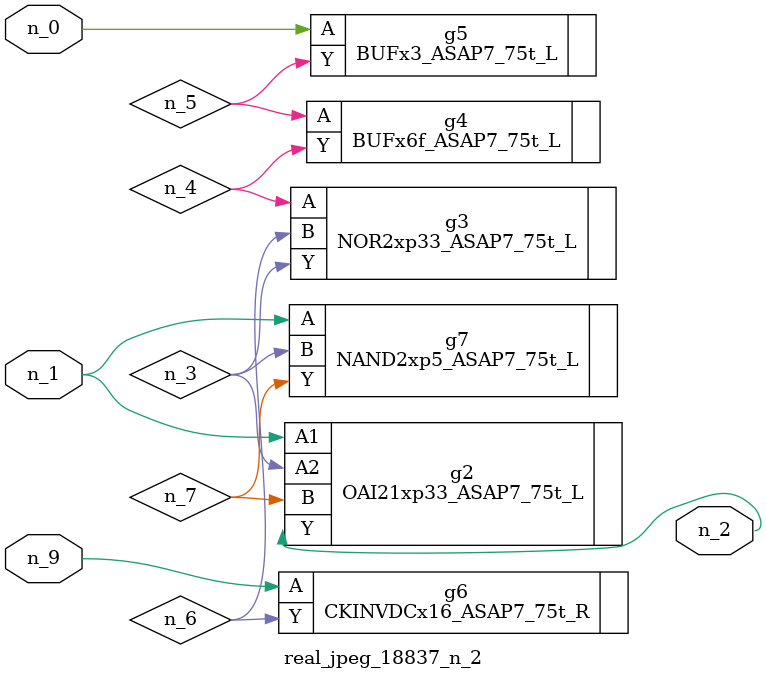
<source format=v>
module real_jpeg_18837_n_2 (n_1, n_0, n_9, n_2);

input n_1;
input n_0;
input n_9;

output n_2;

wire n_5;
wire n_4;
wire n_6;
wire n_7;
wire n_3;

BUFx3_ASAP7_75t_L g5 ( 
.A(n_0),
.Y(n_5)
);

OAI21xp33_ASAP7_75t_L g2 ( 
.A1(n_1),
.A2(n_3),
.B(n_7),
.Y(n_2)
);

NAND2xp5_ASAP7_75t_L g7 ( 
.A(n_1),
.B(n_3),
.Y(n_7)
);

NOR2xp33_ASAP7_75t_L g3 ( 
.A(n_4),
.B(n_6),
.Y(n_3)
);

BUFx6f_ASAP7_75t_L g4 ( 
.A(n_5),
.Y(n_4)
);

CKINVDCx16_ASAP7_75t_R g6 ( 
.A(n_9),
.Y(n_6)
);


endmodule
</source>
